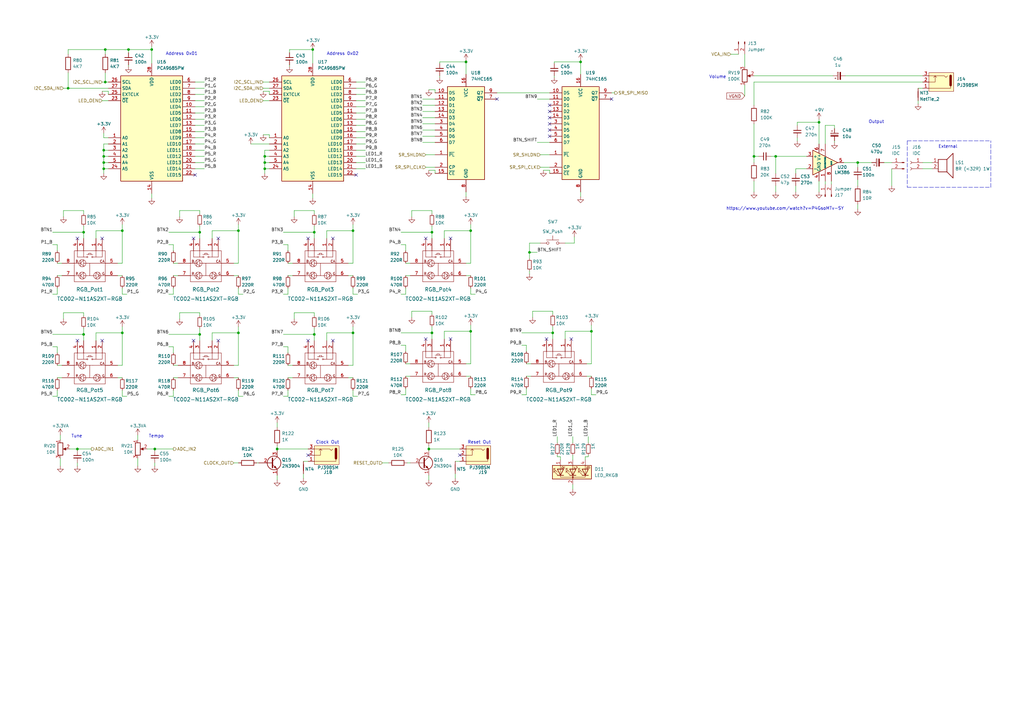
<source format=kicad_sch>
(kicad_sch (version 20211123) (generator eeschema)
  (paper "A3")
  (title_block (title "LivSynth - IO") (date "2022-07-18") (rev "${Version}") (company "SloBlo Labs"))
  (junction (at 144.78 94.615))
  (junction (at 108.585 66.675))
  (junction (at 42.545 64.135))
  (junction (at 62.23 20.32))
  (junction (at 52.705 20.32))
  (junction (at 34.29 95.25))
  (junction (at 42.545 66.675))
  (junction (at 97.79 94.615))
  (junction (at 175.895 184.15))
  (junction (at 42.545 69.215))
  (junction (at 128.27 20.32))
  (junction (at 128.905 137.16))
  (junction (at 242.57 135.89))
  (junction (at 351.79 66.675))
  (junction (at 97.79 136.525))
  (junction (at 238.125 25.4))
  (junction (at 335.915 50.165))
  (junction (at 81.915 137.16))
  (junction (at 27.94 36.195))
  (junction (at 177.165 136.525))
  (junction (at 226.695 136.525))
  (junction (at 31.75 184.15))
  (junction (at 108.585 64.135))
  (junction (at 193.04 94.615))
  (junction (at 81.915 95.25))
  (junction (at 318.135 64.135))
  (junction (at 43.18 33.655))
  (junction (at 113.665 184.15))
  (junction (at 191.135 25.4))
  (junction (at 144.78 136.525))
  (junction (at 50.165 136.525))
  (junction (at 177.165 95.25))
  (junction (at 42.545 61.595))
  (junction (at 50.165 94.615))
  (junction (at 128.905 95.25))
  (junction (at 43.18 20.32))
  (junction (at 193.04 135.89))
  (junction (at 63.5 184.15))
  (junction (at 217.17 103.505))
  (junction (at 309.245 64.135))
  (junction (at 34.29 137.16))
  (junction (at 108.585 69.215))
  (no_connect (at 234.315 139.065))
  (no_connect (at 224.155 139.065))
  (no_connect (at 79.375 97.79))
  (no_connect (at 203.835 40.64))
  (no_connect (at 80.01 71.755))
  (no_connect (at 225.425 43.18))
  (no_connect (at 31.75 97.79))
  (no_connect (at 41.91 97.79))
  (no_connect (at 126.365 139.7))
  (no_connect (at 188.595 186.69))
  (no_connect (at 225.425 55.88))
  (no_connect (at 89.535 97.79))
  (no_connect (at 225.425 48.26))
  (no_connect (at 184.785 97.79))
  (no_connect (at 250.825 40.64))
  (no_connect (at 31.75 139.7))
  (no_connect (at 136.525 139.7))
  (no_connect (at 225.425 50.8))
  (no_connect (at 225.425 53.34))
  (no_connect (at 184.785 139.065))
  (no_connect (at 41.91 139.7))
  (no_connect (at 225.425 45.72))
  (no_connect (at 146.05 71.755))
  (no_connect (at 126.365 186.69))
  (no_connect (at 126.365 97.79))
  (no_connect (at 136.525 97.79))
  (no_connect (at 79.375 139.7))
  (no_connect (at 89.535 139.7))
  (no_connect (at 174.625 97.79))
  (no_connect (at 174.625 139.065))
  (wire (pts (xy 173.355 55.88) (xy 178.435 55.88)))
  (wire (pts (xy 144.78 136.525) (xy 144.78 133.985)))
  (wire (pts (xy 309.245 64.135) (xy 311.15 64.135)))
  (wire (pts (xy 39.37 94.615) (xy 50.165 94.615)))
  (wire (pts (xy 34.29 128.27) (xy 34.29 129.54)))
  (wire (pts (xy 335.915 48.895) (xy 335.915 50.165)))
  (wire (pts (xy 221.615 63.5) (xy 225.425 63.5)))
  (wire (pts (xy 43.18 29.845) (xy 43.18 33.655)))
  (wire (pts (xy 240.665 149.225) (xy 242.57 149.225)))
  (wire (pts (xy 99.695 120.65) (xy 97.79 120.65)))
  (wire (pts (xy 175.895 194.945) (xy 175.895 196.85)))
  (wire (pts (xy 34.29 86.36) (xy 34.29 87.63)))
  (wire (pts (xy 203.835 38.1) (xy 225.425 38.1)))
  (wire (pts (xy 69.215 120.65) (xy 71.12 120.65)))
  (wire (pts (xy 69.215 100.33) (xy 71.12 100.33)))
  (wire (pts (xy 142.875 107.95) (xy 144.78 107.95)))
  (wire (pts (xy 80.01 51.435) (xy 83.82 51.435)))
  (wire (pts (xy 182.245 135.89) (xy 182.245 139.065)))
  (wire (pts (xy 242.57 161.925) (xy 242.57 159.385)))
  (wire (pts (xy 128.905 95.25) (xy 128.905 97.79)))
  (wire (pts (xy 42.545 69.215) (xy 44.45 69.215)))
  (wire (pts (xy 146.05 48.895) (xy 149.86 48.895)))
  (wire (pts (xy 220.345 58.42) (xy 225.425 58.42)))
  (wire (pts (xy 191.135 78.74) (xy 191.135 80.645)))
  (wire (pts (xy 305.435 22.225) (xy 305.435 27.305)))
  (wire (pts (xy 166.37 161.925) (xy 166.37 159.385)))
  (wire (pts (xy 193.04 94.615) (xy 193.04 107.95)))
  (wire (pts (xy 95.885 107.95) (xy 97.79 107.95)))
  (wire (pts (xy 21.59 95.25) (xy 34.29 95.25)))
  (wire (pts (xy 56.515 178.435) (xy 56.515 180.34)))
  (wire (pts (xy 318.135 64.135) (xy 318.135 71.12)))
  (wire (pts (xy 146.05 51.435) (xy 149.86 51.435)))
  (wire (pts (xy 191.135 154.305) (xy 193.04 154.305)))
  (wire (pts (xy 42.545 66.675) (xy 42.545 64.135)))
  (wire (pts (xy 241.3 187.325) (xy 241.3 186.69)))
  (wire (pts (xy 113.665 182.88) (xy 113.665 184.15)))
  (wire (pts (xy 250.825 38.1) (xy 252.095 38.1)))
  (wire (pts (xy 299.72 22.225) (xy 302.895 22.225)))
  (wire (pts (xy 81.915 95.25) (xy 81.915 97.79)))
  (wire (pts (xy 166.37 120.65) (xy 166.37 118.11)))
  (wire (pts (xy 217.17 103.505) (xy 220.345 103.505)))
  (wire (pts (xy 215.9 141.605) (xy 215.9 144.145)))
  (wire (pts (xy 327.025 51.435) (xy 327.025 50.165)))
  (wire (pts (xy 241.3 179.07) (xy 241.3 181.61)))
  (wire (pts (xy 142.875 113.03) (xy 144.78 113.03)))
  (wire (pts (xy 133.985 94.615) (xy 144.78 94.615)))
  (wire (pts (xy 175.895 184.15) (xy 175.895 184.785)))
  (wire (pts (xy 326.39 76.2) (xy 326.39 78.74)))
  (wire (pts (xy 378.46 69.215) (xy 382.27 69.215)))
  (wire (pts (xy 342.265 51.435) (xy 342.265 52.705)))
  (wire (pts (xy 52.705 26.67) (xy 52.705 27.305)))
  (wire (pts (xy 318.135 76.2) (xy 318.135 78.74)))
  (wire (pts (xy 164.465 120.65) (xy 166.37 120.65)))
  (wire (pts (xy 238.125 78.74) (xy 238.125 80.645)))
  (wire (pts (xy 217.17 111.125) (xy 217.17 112.395)))
  (wire (pts (xy 23.495 162.56) (xy 23.495 160.02)))
  (wire (pts (xy 194.945 161.925) (xy 193.04 161.925)))
  (wire (pts (xy 128.905 128.27) (xy 128.905 129.54)))
  (wire (pts (xy 31.75 184.15) (xy 31.75 184.785)))
  (wire (pts (xy 234.95 186.69) (xy 234.95 188.595)))
  (wire (pts (xy 193.04 120.65) (xy 193.04 118.11)))
  (wire (pts (xy 24.765 178.435) (xy 24.765 180.34)))
  (wire (pts (xy 26.035 36.195) (xy 27.94 36.195)))
  (wire (pts (xy 50.165 136.525) (xy 50.165 133.985)))
  (wire (pts (xy 69.215 95.25) (xy 81.915 95.25)))
  (wire (pts (xy 177.165 86.36) (xy 177.165 87.63)))
  (wire (pts (xy 95.885 154.94) (xy 97.79 154.94)))
  (wire (pts (xy 166.37 154.305) (xy 168.275 154.305)))
  (wire (pts (xy 113.665 184.15) (xy 113.665 184.785)))
  (wire (pts (xy 97.79 136.525) (xy 97.79 149.86)))
  (wire (pts (xy 102.87 59.055) (xy 110.49 59.055)))
  (wire (pts (xy 305.435 34.925) (xy 305.435 39.37)))
  (wire (pts (xy 80.01 66.675) (xy 83.82 66.675)))
  (wire (pts (xy 156.845 189.865) (xy 159.385 189.865)))
  (wire (pts (xy 116.205 95.25) (xy 128.905 95.25)))
  (wire (pts (xy 191.135 107.95) (xy 193.04 107.95)))
  (polyline (pts (xy 372.11 57.785) (xy 406.4 57.785)))
  (wire (pts (xy 226.695 136.525) (xy 226.695 139.065)))
  (wire (pts (xy 26.035 88.9) (xy 26.035 86.36)))
  (wire (pts (xy 335.915 50.165) (xy 335.915 59.055)))
  (wire (pts (xy 80.01 69.215) (xy 83.82 69.215)))
  (wire (pts (xy 73.66 128.27) (xy 81.915 128.27)))
  (wire (pts (xy 142.875 154.94) (xy 144.78 154.94)))
  (wire (pts (xy 164.465 95.25) (xy 177.165 95.25)))
  (wire (pts (xy 80.01 43.815) (xy 83.82 43.815)))
  (wire (pts (xy 240.665 154.305) (xy 242.57 154.305)))
  (wire (pts (xy 80.01 59.055) (xy 83.82 59.055)))
  (wire (pts (xy 23.495 149.86) (xy 25.4 149.86)))
  (wire (pts (xy 39.37 136.525) (xy 39.37 139.7)))
  (wire (pts (xy 168.91 86.36) (xy 177.165 86.36)))
  (wire (pts (xy 128.27 79.375) (xy 128.27 81.28)))
  (wire (pts (xy 23.495 107.95) (xy 25.4 107.95)))
  (wire (pts (xy 177.165 127.635) (xy 177.165 128.905)))
  (wire (pts (xy 146.685 120.65) (xy 144.78 120.65)))
  (wire (pts (xy 128.905 134.62) (xy 128.905 137.16)))
  (wire (pts (xy 42.545 64.135) (xy 44.45 64.135)))
  (wire (pts (xy 213.995 161.925) (xy 215.9 161.925)))
  (wire (pts (xy 327.025 50.165) (xy 335.915 50.165)))
  (wire (pts (xy 144.78 120.65) (xy 144.78 118.11)))
  (wire (pts (xy 174.625 63.5) (xy 178.435 63.5)))
  (wire (pts (xy 118.11 107.95) (xy 120.015 107.95)))
  (wire (pts (xy 120.65 88.9) (xy 120.65 86.36)))
  (wire (pts (xy 62.23 19.05) (xy 62.23 20.32)))
  (wire (pts (xy 351.79 66.675) (xy 357.505 66.675)))
  (wire (pts (xy 128.27 20.32) (xy 128.27 26.035)))
  (wire (pts (xy 113.665 173.355) (xy 113.665 175.26)))
  (wire (pts (xy 86.995 94.615) (xy 86.995 97.79)))
  (wire (pts (xy 166.37 100.33) (xy 166.37 102.87)))
  (wire (pts (xy 27.94 29.845) (xy 27.94 36.195)))
  (wire (pts (xy 173.355 45.72) (xy 178.435 45.72)))
  (wire (pts (xy 193.04 135.89) (xy 193.04 133.35)))
  (wire (pts (xy 124.46 189.23) (xy 126.365 189.23)))
  (wire (pts (xy 120.65 130.81) (xy 120.65 128.27)))
  (wire (pts (xy 34.29 95.25) (xy 34.29 97.79)))
  (wire (pts (xy 180.34 25.4) (xy 191.135 25.4)))
  (wire (pts (xy 63.5 189.865) (xy 63.5 191.135)))
  (wire (pts (xy 240.03 187.325) (xy 241.3 187.325)))
  (wire (pts (xy 60.325 184.15) (xy 63.5 184.15)))
  (wire (pts (xy 27.94 20.32) (xy 43.18 20.32)))
  (wire (pts (xy 108.585 61.595) (xy 110.49 61.595)))
  (wire (pts (xy 175.895 36.83) (xy 178.435 36.83)))
  (wire (pts (xy 191.135 149.225) (xy 193.04 149.225)))
  (wire (pts (xy 146.05 61.595) (xy 149.86 61.595)))
  (wire (pts (xy 107.95 41.275) (xy 110.49 41.275)))
  (wire (pts (xy 231.775 135.89) (xy 231.775 139.065)))
  (wire (pts (xy 97.79 94.615) (xy 97.79 107.95)))
  (wire (pts (xy 177.165 136.525) (xy 177.165 139.065)))
  (wire (pts (xy 193.04 92.075) (xy 193.04 94.615)))
  (wire (pts (xy 23.495 113.03) (xy 25.4 113.03)))
  (wire (pts (xy 86.995 94.615) (xy 97.79 94.615)))
  (wire (pts (xy 222.885 69.85) (xy 225.425 69.85)))
  (wire (pts (xy 146.05 56.515) (xy 149.86 56.515)))
  (wire (pts (xy 215.9 149.225) (xy 217.805 149.225)))
  (wire (pts (xy 167.005 189.865) (xy 168.275 189.865)))
  (wire (pts (xy 50.165 162.56) (xy 50.165 160.02)))
  (wire (pts (xy 168.91 88.9) (xy 168.91 86.36)))
  (wire (pts (xy 52.705 20.32) (xy 52.705 21.59)))
  (wire (pts (xy 81.915 92.71) (xy 81.915 95.25)))
  (wire (pts (xy 34.29 134.62) (xy 34.29 137.16)))
  (wire (pts (xy 231.775 135.89) (xy 242.57 135.89)))
  (wire (pts (xy 144.78 162.56) (xy 144.78 160.02)))
  (wire (pts (xy 173.355 48.26) (xy 178.435 48.26)))
  (wire (pts (xy 73.66 86.36) (xy 81.915 86.36)))
  (wire (pts (xy 21.59 162.56) (xy 23.495 162.56)))
  (wire (pts (xy 229.87 187.325) (xy 228.6 187.325)))
  (wire (pts (xy 238.125 25.4) (xy 238.125 30.48)))
  (wire (pts (xy 142.875 149.86) (xy 144.78 149.86)))
  (wire (pts (xy 118.745 26.67) (xy 118.745 27.305)))
  (wire (pts (xy 86.995 136.525) (xy 97.79 136.525)))
  (wire (pts (xy 71.12 162.56) (xy 71.12 160.02)))
  (wire (pts (xy 234.95 198.755) (xy 234.95 200.66)))
  (wire (pts (xy 193.04 161.925) (xy 193.04 159.385)))
  (wire (pts (xy 213.995 141.605) (xy 215.9 141.605)))
  (wire (pts (xy 42.545 59.055) (xy 44.45 59.055)))
  (wire (pts (xy 44.45 37.465) (xy 44.45 38.735)))
  (wire (pts (xy 56.515 187.96) (xy 56.515 191.135)))
  (wire (pts (xy 107.95 36.195) (xy 110.49 36.195)))
  (wire (pts (xy 21.59 100.33) (xy 23.495 100.33)))
  (wire (pts (xy 116.205 162.56) (xy 118.11 162.56)))
  (wire (pts (xy 50.165 136.525) (xy 50.165 149.86)))
  (wire (pts (xy 338.455 51.435) (xy 342.265 51.435)))
  (wire (pts (xy 173.355 40.64) (xy 178.435 40.64)))
  (wire (pts (xy 166.37 141.605) (xy 166.37 144.145)))
  (wire (pts (xy 309.245 33.655) (xy 378.46 33.655)))
  (wire (pts (xy 113.665 184.15) (xy 126.365 184.15)))
  (wire (pts (xy 62.23 20.32) (xy 62.23 26.035)))
  (wire (pts (xy 228.6 179.07) (xy 228.6 181.61)))
  (wire (pts (xy 178.435 69.85) (xy 178.435 71.12)))
  (wire (pts (xy 231.775 99.695) (xy 235.585 99.695)))
  (wire (pts (xy 110.49 55.245) (xy 110.49 56.515)))
  (wire (pts (xy 69.215 137.16) (xy 81.915 137.16)))
  (wire (pts (xy 318.135 64.135) (xy 330.835 64.135)))
  (wire (pts (xy 164.465 141.605) (xy 166.37 141.605)))
  (wire (pts (xy 118.745 20.32) (xy 128.27 20.32)))
  (wire (pts (xy 69.215 142.24) (xy 71.12 142.24)))
  (wire (pts (xy 335.915 74.295) (xy 335.915 78.74)))
  (wire (pts (xy 50.165 107.95) (xy 50.165 94.615)))
  (wire (pts (xy 23.495 154.94) (xy 25.4 154.94)))
  (wire (pts (xy 146.05 59.055) (xy 149.86 59.055)))
  (wire (pts (xy 326.39 69.215) (xy 330.835 69.215)))
  (wire (pts (xy 97.79 136.525) (xy 97.79 133.985)))
  (wire (pts (xy 43.18 20.32) (xy 43.18 22.225)))
  (wire (pts (xy 217.17 99.695) (xy 217.17 103.505)))
  (wire (pts (xy 80.01 64.135) (xy 83.82 64.135)))
  (wire (pts (xy 118.11 100.33) (xy 118.11 102.87)))
  (wire (pts (xy 80.01 41.275) (xy 83.82 41.275)))
  (wire (pts (xy 108.585 64.135) (xy 110.49 64.135)))
  (wire (pts (xy 340.995 74.295) (xy 340.995 75.565)))
  (wire (pts (xy 146.05 43.815) (xy 149.86 43.815)))
  (wire (pts (xy 186.69 194.31) (xy 186.69 196.215)))
  (wire (pts (xy 164.465 161.925) (xy 166.37 161.925)))
  (wire (pts (xy 80.01 38.735) (xy 83.82 38.735)))
  (wire (pts (xy 229.87 188.595) (xy 229.87 187.325)))
  (wire (pts (xy 23.495 120.65) (xy 23.495 118.11)))
  (wire (pts (xy 80.01 61.595) (xy 83.82 61.595)))
  (wire (pts (xy 133.985 94.615) (xy 133.985 97.79)))
  (wire (pts (xy 42.545 66.675) (xy 44.45 66.675)))
  (wire (pts (xy 173.355 50.8) (xy 178.435 50.8)))
  (wire (pts (xy 105.41 189.865) (xy 106.045 189.865)))
  (wire (pts (xy 69.215 162.56) (xy 71.12 162.56)))
  (wire (pts (xy 166.37 113.03) (xy 168.275 113.03)))
  (wire (pts (xy 42.545 64.135) (xy 42.545 61.595)))
  (wire (pts (xy 63.5 184.15) (xy 63.5 184.785)))
  (wire (pts (xy 146.05 69.215) (xy 149.86 69.215)))
  (wire (pts (xy 116.205 142.24) (xy 118.11 142.24)))
  (wire (pts (xy 108.585 64.135) (xy 108.585 61.595)))
  (wire (pts (xy 41.91 33.655) (xy 43.18 33.655)))
  (wire (pts (xy 116.205 100.33) (xy 118.11 100.33)))
  (wire (pts (xy 42.545 61.595) (xy 44.45 61.595)))
  (wire (pts (xy 118.745 20.32) (xy 118.745 21.59)))
  (wire (pts (xy 133.985 136.525) (xy 133.985 139.7)))
  (wire (pts (xy 234.95 179.07) (xy 234.95 181.61)))
  (wire (pts (xy 164.465 100.33) (xy 166.37 100.33)))
  (wire (pts (xy 62.23 79.375) (xy 62.23 81.28)))
  (wire (pts (xy 217.17 106.045) (xy 217.17 103.505)))
  (wire (pts (xy 120.65 86.36) (xy 128.905 86.36)))
  (wire (pts (xy 43.18 33.655) (xy 44.45 33.655)))
  (wire (pts (xy 182.245 135.89) (xy 193.04 135.89)))
  (wire (pts (xy 175.895 173.355) (xy 175.895 175.26)))
  (polyline (pts (xy 372.11 76.835) (xy 406.4 76.835)))
  (wire (pts (xy 128.905 86.36) (xy 128.905 87.63)))
  (wire (pts (xy 26.035 128.27) (xy 34.29 128.27)))
  (wire (pts (xy 180.34 31.115) (xy 180.34 31.75)))
  (wire (pts (xy 23.495 142.24) (xy 23.495 144.78)))
  (wire (pts (xy 226.695 127.635) (xy 226.695 128.905)))
  (wire (pts (xy 50.165 94.615) (xy 50.165 92.075)))
  (wire (pts (xy 118.11 142.24) (xy 118.11 144.78)))
  (wire (pts (xy 52.07 162.56) (xy 50.165 162.56)))
  (wire (pts (xy 128.905 92.71) (xy 128.905 95.25)))
  (wire (pts (xy 28.575 184.15) (xy 31.75 184.15)))
  (wire (pts (xy 116.205 137.16) (xy 128.905 137.16)))
  (wire (pts (xy 108.585 66.675) (xy 108.585 64.135)))
  (wire (pts (xy 191.135 25.4) (xy 191.135 30.48)))
  (wire (pts (xy 309.245 50.8) (xy 309.245 64.135)))
  (wire (pts (xy 97.79 120.65) (xy 97.79 118.11)))
  (wire (pts (xy 175.895 182.88) (xy 175.895 184.15)))
  (wire (pts (xy 97.79 162.56) (xy 97.79 160.02)))
  (wire (pts (xy 178.435 36.83) (xy 178.435 38.1)))
  (wire (pts (xy 175.895 69.85) (xy 178.435 69.85)))
  (wire (pts (xy 173.355 43.18) (xy 178.435 43.18)))
  (wire (pts (xy 217.17 99.695) (xy 221.615 99.695)))
  (wire (pts (xy 365.76 76.2) (xy 365.76 69.215)))
  (wire (pts (xy 326.39 71.12) (xy 326.39 69.215)))
  (wire (pts (xy 144.78 136.525) (xy 144.78 149.86)))
  (wire (pts (xy 218.44 130.175) (xy 218.44 127.635)))
  (wire (pts (xy 26.035 86.36) (xy 34.29 86.36)))
  (wire (pts (xy 95.885 113.03) (xy 97.79 113.03)))
  (wire (pts (xy 80.01 48.895) (xy 83.82 48.895)))
  (wire (pts (xy 71.12 100.33) (xy 71.12 102.87)))
  (wire (pts (xy 108.585 66.675) (xy 110.49 66.675)))
  (wire (pts (xy 174.625 68.58) (xy 178.435 68.58)))
  (wire (pts (xy 71.12 113.03) (xy 73.025 113.03)))
  (wire (pts (xy 71.12 149.86) (xy 73.025 149.86)))
  (wire (pts (xy 108.585 71.12) (xy 108.585 69.215)))
  (wire (pts (xy 227.33 26.035) (xy 227.33 25.4)))
  (wire (pts (xy 309.245 33.655) (xy 309.245 43.18)))
  (wire (pts (xy 80.01 46.355) (xy 83.82 46.355)))
  (wire (pts (xy 191.135 24.765) (xy 191.135 25.4)))
  (wire (pts (xy 80.01 36.195) (xy 83.82 36.195)))
  (wire (pts (xy 27.94 22.225) (xy 27.94 20.32)))
  (wire (pts (xy 164.465 136.525) (xy 177.165 136.525)))
  (wire (pts (xy 80.01 56.515) (xy 83.82 56.515)))
  (wire (pts (xy 327.025 56.515) (xy 327.025 57.785)))
  (wire (pts (xy 182.245 94.615) (xy 193.04 94.615)))
  (wire (pts (xy 220.345 40.64) (xy 225.425 40.64)))
  (wire (pts (xy 21.59 137.16) (xy 34.29 137.16)))
  (wire (pts (xy 215.9 154.305) (xy 217.805 154.305)))
  (wire (pts (xy 235.585 97.155) (xy 235.585 99.695)))
  (wire (pts (xy 215.9 161.925) (xy 215.9 159.385)))
  (wire (pts (xy 43.18 20.32) (xy 52.705 20.32)))
  (wire (pts (xy 309.245 64.135) (xy 309.245 66.675)))
  (wire (pts (xy 146.05 33.655) (xy 149.86 33.655)))
  (wire (pts (xy 146.05 36.195) (xy 149.86 36.195)))
  (wire (pts (xy 338.455 74.295) (xy 338.455 75.565)))
  (wire (pts (xy 309.245 74.295) (xy 309.245 78.74)))
  (wire (pts (xy 168.91 130.175) (xy 168.91 127.635)))
  (wire (pts (xy 228.6 187.325) (xy 228.6 186.69)))
  (wire (pts (xy 42.545 71.12) (xy 42.545 69.215)))
  (wire (pts (xy 144.78 94.615) (xy 144.78 92.075)))
  (wire (pts (xy 27.94 36.195) (xy 44.45 36.195)))
  (wire (pts (xy 97.79 94.615) (xy 97.79 92.075)))
  (wire (pts (xy 180.34 26.035) (xy 180.34 25.4)))
  (wire (pts (xy 146.05 41.275) (xy 149.86 41.275)))
  (wire (pts (xy 177.165 95.25) (xy 177.165 97.79)))
  (wire (pts (xy 118.11 120.65) (xy 118.11 118.11)))
  (wire (pts (xy 39.37 94.615) (xy 39.37 97.79)))
  (wire (pts (xy 23.495 100.33) (xy 23.495 102.87)))
  (wire (pts (xy 116.205 120.65) (xy 118.11 120.65)))
  (wire (pts (xy 242.57 135.89) (xy 242.57 149.225)))
  (wire (pts (xy 194.945 120.65) (xy 193.04 120.65)))
  (wire (pts (xy 351.79 83.82) (xy 351.79 85.725)))
  (wire (pts (xy 21.59 120.65) (xy 23.495 120.65)))
  (wire (pts (xy 63.5 184.15) (xy 71.12 184.15)))
  (wire (pts (xy 124.46 194.31) (xy 124.46 196.215)))
  (wire (pts (xy 173.355 53.34) (xy 178.435 53.34)))
  (wire (pts (xy 362.585 66.675) (xy 365.76 66.675)))
  (wire (pts (xy 342.265 57.785) (xy 342.265 58.42)))
  (wire (pts (xy 108.585 69.215) (xy 108.585 66.675)))
  (wire (pts (xy 107.95 37.465) (xy 110.49 37.465)))
  (wire (pts (xy 193.04 135.89) (xy 193.04 149.225)))
  (wire (pts (xy 80.01 33.655) (xy 83.82 33.655)))
  (wire (pts (xy 110.49 37.465) (xy 110.49 38.735)))
  (wire (pts (xy 26.035 130.81) (xy 26.035 128.27)))
  (wire (pts (xy 146.685 162.56) (xy 144.78 162.56)))
  (wire (pts (xy 351.79 73.66) (xy 351.79 76.2)))
  (wire (pts (xy 221.615 68.58) (xy 225.425 68.58)))
  (wire (pts (xy 351.79 66.675) (xy 351.79 68.58)))
  (wire (pts (xy 42.545 61.595) (xy 42.545 59.055)))
  (wire (pts (xy 346.71 31.115) (xy 378.46 31.115)))
  (wire (pts (xy 31.75 189.865) (xy 31.75 191.135)))
  (wire (pts (xy 73.66 88.9) (xy 73.66 86.36)))
  (wire (pts (xy 346.075 66.675) (xy 351.79 66.675)))
  (wire (pts (xy 71.12 142.24) (xy 71.12 144.78)))
  (wire (pts (xy 191.135 113.03) (xy 193.04 113.03)))
  (wire (pts (xy 118.11 154.94) (xy 120.015 154.94)))
  (wire (pts (xy 168.91 127.635) (xy 177.165 127.635)))
  (polyline (pts (xy 406.4 76.835) (xy 406.4 57.785)))
  (wire (pts (xy 133.985 136.525) (xy 144.78 136.525)))
  (wire (pts (xy 34.29 92.71) (xy 34.29 95.25)))
  (wire (pts (xy 316.23 64.135) (xy 318.135 64.135)))
  (wire (pts (xy 99.695 162.56) (xy 97.79 162.56)))
  (wire (pts (xy 41.91 41.275) (xy 44.45 41.275)))
  (wire (pts (xy 31.75 184.15) (xy 37.465 184.15)))
  (polyline (pts (xy 372.11 57.785) (xy 372.11 76.835)))
  (wire (pts (xy 146.05 46.355) (xy 149.86 46.355)))
  (wire (pts (xy 52.07 120.65) (xy 50.165 120.65)))
  (wire (pts (xy 107.95 55.245) (xy 110.49 55.245)))
  (wire (pts (xy 182.245 94.615) (xy 182.245 97.79)))
  (wire (pts (xy 177.165 92.71) (xy 177.165 95.25)))
  (wire (pts (xy 227.33 25.4) (xy 238.125 25.4)))
  (wire (pts (xy 50.165 120.65) (xy 50.165 118.11)))
  (wire (pts (xy 108.585 69.215) (xy 110.49 69.215)))
  (wire (pts (xy 146.05 53.975) (xy 149.86 53.975)))
  (wire (pts (xy 48.26 149.86) (xy 50.165 149.86)))
  (wire (pts (xy 376.555 36.195) (xy 378.46 36.195)))
  (wire (pts (xy 48.26 113.03) (xy 50.165 113.03)))
  (wire (pts (xy 113.665 194.945) (xy 113.665 196.85)))
  (wire (pts (xy 86.995 136.525) (xy 86.995 139.7)))
  (wire (pts (xy 95.885 189.865) (xy 97.79 189.865)))
  (wire (pts (xy 166.37 107.95) (xy 168.275 107.95)))
  (wire (pts (xy 71.12 154.94) (xy 73.025 154.94)))
  (wire (pts (xy 48.26 154.94) (xy 50.165 154.94)))
  (wire (pts (xy 225.425 69.85) (xy 225.425 71.12)))
  (wire (pts (xy 226.695 133.985) (xy 226.695 136.525)))
  (wire (pts (xy 146.05 66.675) (xy 149.86 66.675)))
  (wire (pts (xy 309.245 31.115) (xy 341.63 31.115)))
  (wire (pts (xy 34.29 137.16) (xy 34.29 139.7)))
  (wire (pts (xy 48.26 107.95) (xy 50.165 107.95)))
  (wire (pts (xy 175.895 184.15) (xy 188.595 184.15)))
  (wire (pts (xy 42.545 69.215) (xy 42.545 66.675)))
  (wire (pts (xy 81.915 137.16) (xy 81.915 139.7)))
  (wire (pts (xy 173.355 58.42) (xy 178.435 58.42)))
  (wire (pts (xy 186.69 189.23) (xy 188.595 189.23)))
  (wire (pts (xy 242.57 135.89) (xy 242.57 133.35)))
  (wire (pts (xy 41.91 37.465) (xy 44.45 37.465)))
  (wire (pts (xy 80.01 53.975) (xy 83.82 53.975)))
  (wire (pts (xy 95.885 149.86) (xy 97.79 149.86)))
  (wire (pts (xy 146.05 64.135) (xy 149.86 64.135)))
  (wire (pts (xy 213.995 136.525) (xy 226.695 136.525)))
  (wire (pts (xy 378.46 66.675) (xy 382.27 66.675)))
  (wire (pts (xy 244.475 161.925) (xy 242.57 161.925)))
  (wire (pts (xy 120.65 128.27) (xy 128.905 128.27)))
  (wire (pts (xy 240.03 188.595) (xy 240.03 187.325)))
  (wire (pts (xy 24.765 187.96) (xy 24.765 191.135)))
  (wire (pts (xy 118.11 162.56) (xy 118.11 160.02)))
  (wire (pts (xy 71.12 120.65) (xy 71.12 118.11)))
  (wire (pts (xy 81.915 134.62) (xy 81.915 137.16)))
  (wire (pts (xy 107.95 33.655) (xy 110.49 33.655)))
  (wire (pts (xy 81.915 86.36) (xy 81.915 87.63)))
  (wire (pts (xy 227.33 31.115) (xy 227.33 31.75)))
  (wire (pts (xy 118.11 149.86) (xy 120.015 149.86)))
  (wire (pts (xy 81.915 128.27) (xy 81.915 129.54)))
  (wire (pts (xy 73.66 130.81) (xy 73.66 128.27)))
  (wire (pts (xy 39.37 136.525) (xy 50.165 136.525)))
  (wire (pts (xy 71.12 107.95) (xy 73.025 107.95)))
  (wire (pts (xy 42.545 56.515) (xy 42.545 54.61)))
  (wire (pts (xy 376.555 41.275) (xy 376.555 42.545)))
  (wire (pts (xy 166.37 149.225) (xy 168.275 149.225)))
  (wire (pts (xy 338.455 59.055) (xy 338.455 51.435)))
  (wire (pts (xy 238.125 24.765) (xy 238.125 25.4)))
  (wire (pts (xy 52.705 20.32) (xy 62.23 20.32)))
  (wire (pts (xy 21.59 142.24) (xy 23.495 142.24)))
  (wire (pts (xy 218.44 127.635) (xy 226.695 127.635)))
  (wire (pts (xy 128.905 137.16) (xy 128.905 139.7)))
  (wire (pts (xy 44.45 56.515) (xy 42.545 56.515)))
  (wire (pts (xy 144.78 94.615) (xy 144.78 107.95)))
  (wire (pts (xy 177.165 133.985) (xy 177.165 136.525)))
  (wire (pts (xy 118.11 113.03) (xy 120.015 113.03)))
  (wire (pts (xy 146.05 38.735) (xy 149.86 38.735)))
  (text "Address 0x01" (at 67.945 22.86 0) (effects (font (size 1.27 1.27)) (justify left bottom)))
  (text "Clock Out" (at 129.54 182.245 0) (effects (font (size 1.27 1.27)) (justify left bottom)))
  (text "https://www.youtube.com/watch?v=P4GsoMTv-SY" (at 297.815 86.36 0) (effects (font (size 1.27 1.27)) (justify left bottom)))
  (text "Tempo" (at 60.96 179.705 0) (effects (font (size 1.27 1.27)) (justify left bottom)))
  (text "Tune" (at 29.21 179.705 0) (effects (font (size 1.27 1.27)) (justify left bottom)))
  (text "Output" (at 356.235 50.8 0) (effects (font (size 1.27 1.27)) (justify left bottom)))
  (text "Address 0x02" (at 133.985 22.86 0) (effects (font (size 1.27 1.27)) (justify left bottom)))
  (text "Volume" (at 290.83 32.385 0) (effects (font (size 1.27 1.27)) (justify left bottom)))
  (text "Reset Out" (at 191.77 182.245 0) (effects (font (size 1.27 1.27)) (justify left bottom)))
  (text "External" (at 384.81 60.96 0) (effects (font (size 1.27 1.27)) (justify left bottom)))
  (label "P2_R" (at 69.215 120.65 180))
  (label "P5_G" (at 83.82 66.675 0))
  (label "P3_G" (at 146.685 120.65 0))
  (label "P2_B" (at 69.215 100.33 180))
  (label "BTN4" (at 164.465 95.25 180))
  (label "LED1_B" (at 149.86 69.215 0))
  (label "P5_G" (at 52.07 162.56 0))
  (label "P2_B" (at 83.82 46.355 0))
  (label "P7_G" (at 146.685 162.56 0))
  (label "LED1_R" (at 228.6 179.07 90))
  (label "BTN1" (at 173.355 40.64 180))
  (label "P4_G" (at 194.945 120.65 0))
  (label "P6_B" (at 69.215 142.24 180))
  (label "P1_R" (at 21.59 120.65 180))
  (label "P6_G" (at 149.86 36.195 0))
  (label "P1_G" (at 52.07 120.65 0))
  (label "P4_B" (at 164.465 100.33 180))
  (label "BTN3" (at 116.205 95.25 180))
  (label "P6_R" (at 69.215 162.56 180))
  (label "P8_R" (at 164.465 161.925 180))
  (label "BTN4" (at 173.355 48.26 180))
  (label "P5_R" (at 83.82 64.135 0))
  (label "LED1_G" (at 149.86 66.675 0))
  (label "BTN5" (at 21.59 137.16 180))
  (label "P7_G" (at 149.86 43.815 0))
  (label "P8_R" (at 149.86 48.895 0))
  (label "P7_R" (at 149.86 41.275 0))
  (label "P3_G" (at 83.82 51.435 0))
  (label "BTN7" (at 116.205 137.16 180))
  (label "P7_B" (at 116.205 142.24 180))
  (label "BTN6" (at 69.215 137.16 180))
  (label "BTN2" (at 173.355 43.18 180))
  (label "P1_B" (at 83.82 38.735 0))
  (label "BTN_SHIFT" (at 220.345 103.505 0))
  (label "P5_R" (at 21.59 162.56 180))
  (label "P4_R" (at 83.82 56.515 0))
  (label "P5_B" (at 21.59 142.24 180))
  (label "P5_B" (at 83.82 69.215 0))
  (label "BTN8" (at 164.465 136.525 180))
  (label "P2_G" (at 99.695 120.65 0))
  (label "P9_B" (at 213.995 141.605 180))
  (label "P1_B" (at 21.59 100.33 180))
  (label "LED1_G" (at 234.95 179.07 90))
  (label "LED1_B" (at 241.3 179.07 90))
  (label "P6_R" (at 149.86 33.655 0))
  (label "BTN6" (at 173.355 53.34 180))
  (label "P2_R" (at 83.82 41.275 0))
  (label "P3_B" (at 83.82 53.975 0))
  (label "BTN1" (at 21.59 95.25 180))
  (label "BTN_SHIFT" (at 220.345 58.42 180))
  (label "P3_R" (at 116.205 120.65 180))
  (label "BTN3" (at 173.355 45.72 180))
  (label "P9_R" (at 149.86 56.515 0))
  (label "P3_R" (at 83.82 48.895 0))
  (label "P6_B" (at 149.86 38.735 0))
  (label "BTN5" (at 173.355 50.8 180))
  (label "BTN8" (at 173.355 58.42 180))
  (label "P2_G" (at 83.82 43.815 0))
  (label "P9_R" (at 213.995 161.925 180))
  (label "P9_G" (at 244.475 161.925 0))
  (label "P8_B" (at 149.86 53.975 0))
  (label "BTN9" (at 220.345 40.64 180))
  (label "P1_R" (at 83.82 33.655 0))
  (label "P9_B" (at 149.86 61.595 0))
  (label "P9_G" (at 149.86 59.055 0))
  (label "BTN2" (at 69.215 95.25 180))
  (label "P7_R" (at 116.205 162.56 180))
  (label "P8_G" (at 149.86 51.435 0))
  (label "BTN7" (at 173.355 55.88 180))
  (label "P8_G" (at 194.945 161.925 0))
  (label "BTN9" (at 213.995 136.525 180))
  (label "P4_R" (at 164.465 120.65 180))
  (label "P7_B" (at 149.86 46.355 0))
  (label "P1_G" (at 83.82 36.195 0))
  (label "LED1_R" (at 149.86 64.135 0))
  (label "P8_B" (at 164.465 141.605 180))
  (label "P6_G" (at 99.695 162.56 0))
  (label "P4_G" (at 83.82 59.055 0))
  (label "P3_B" (at 116.205 100.33 180))
  (label "P4_B" (at 83.82 61.595 0))
  (global_label "VGND" (shape input) (at 305.435 39.37 180) (property "Intersheet References" "${INTERSHEET_REFS}" (effects hide)))
  (hierarchical_label "ADC_IN2" (shape output) (at 71.12 184.15 0))
  (hierarchical_label "RESET_OUT" (shape input) (at 156.845 189.865 180))
  (hierarchical_label "LED_OEN" (shape input) (at 107.95 41.275 180))
  (hierarchical_label "SR_SPI_MISO" (shape output) (at 252.095 38.1 0))
  (hierarchical_label "I2C_SCL_IN" (shape input) (at 41.91 33.655 180))
  (hierarchical_label "CLOCK_OUT" (shape input) (at 95.885 189.865 180))
  (hierarchical_label "I2C_SDA_IN" (shape input) (at 107.95 36.195 180))
  (hierarchical_label "VCA_IN" (shape input) (at 299.72 22.225 180))
  (hierarchical_label "I2C_SDA_IN" (shape input) (at 26.035 36.195 180))
  (hierarchical_label "SR_SHLDN" (shape input) (at 174.625 63.5 180))
  (hierarchical_label "ADC_IN1" (shape output) (at 37.465 184.15 0))
  (hierarchical_label "SR_SHLDN" (shape input) (at 221.615 63.5 180))
  (hierarchical_label "LED_OEN" (shape input) (at 41.91 41.275 180))
  (hierarchical_label "SR_SPI_CLK" (shape input) (at 174.625 68.58 180))
  (hierarchical_label "SR_SPI_CLK" (shape input) (at 221.615 68.58 180))
  (hierarchical_label "I2C_SCL_IN" (shape input) (at 107.95 33.655 180))
  (symbol (lib_id "power:GND") (at 56.515 191.135 0) (unit 1)
    (property "Reference" "#PWR0120" (effects hide))
    (property "Value" "GND" (effects hide))
  )
  (symbol (lib_id "power:GND") (at 175.895 36.83 0) (unit 1)
    (property "Reference" "#PWR070" (effects hide))
    (property "Value" "GND" (effects hide))
  )
  (symbol (lib_id "power:GND") (at 175.895 69.85 0) (unit 1)
    (property "Reference" "#PWR080" (effects hide))
    (property "Value" "GND" (effects hide))
  )
  (symbol (lib_id "Device:R") (at 101.6 189.865 90) (unit 1)
    (property "Reference" "R124" (at 101.6 184.15 90))
    (property "Value" "10K" (at 101.6 186.69 90))
    (property "Footprint" "Resistor_THT:R_Axial_DIN0207_L6.3mm_D2.5mm_P7.62mm_Horizontal" (effects hide))
  )
  (symbol (lib_id "Driver_LED:PCA9685PW") (at 62.23 51.435 0) (unit 1)
    (property "Reference" "U16" (at 64.2494 25.4 0) (effects (justify left)))
    (property "Value" "PCA9685PW" (at 64.2494 27.94 0) (effects (justify left)))
    (property "Footprint" "Package_SO:TSSOP-28_4.4x9.7mm_P0.65mm" (effects hide))
    (property "Datasheet" "http://www.nxp.com/documents/data_sheet/PCA9685.pdf" (effects hide))
  )
  (symbol (lib_id "Device:R_Small") (at 193.04 156.845 0) (unit 1)
    (property "Reference" "R113" (at 194.31 155.575 0) (effects (justify left)))
    (property "Value" "220R" (at 194.31 158.115 0) (effects (justify left)))
    (property "Footprint" "Resistor_THT:R_Axial_DIN0207_L6.3mm_D2.5mm_P7.62mm_Horizontal" (effects hide))
  )
  (symbol (lib_id "power:GND") (at 52.705 27.305 0) (unit 1)
    (property "Reference" "#PWR066" (effects hide))
    (property "Value" "GND" (effects hide))
  )
  (symbol (lib_id "Device:R") (at 163.195 189.865 90) (unit 1)
    (property "Reference" "R125" (at 163.195 184.15 90))
    (property "Value" "10K" (at 163.195 186.69 90))
    (property "Footprint" "Resistor_THT:R_Axial_DIN0207_L6.3mm_D2.5mm_P7.62mm_Horizontal" (effects hide))
  )
  (symbol (lib_id "Device:R_Small") (at 215.9 146.685 0) (unit 1)
    (property "Reference" "R108" (at 209.55 145.415 0) (effects (justify left)))
    (property "Value" "220R" (at 209.55 147.955 0) (effects (justify left)))
    (property "Footprint" "Resistor_THT:R_Axial_DIN0207_L6.3mm_D2.5mm_P7.62mm_Horizontal" (effects hide))
  )
  (symbol (lib_id "Device:R_Small") (at 241.3 184.15 180) (unit 1)
    (property "Reference" "R129" (at 239.395 181.61 90) (effects (justify left)))
    (property "Value" "1K" (at 243.205 181.61 90) (effects (justify left)))
    (property "Footprint" "Resistor_THT:R_Axial_DIN0207_L6.3mm_D2.5mm_P7.62mm_Horizontal" (effects hide))
  )
  (symbol (lib_id "Device:R") (at 351.79 80.01 0) (unit 1)
    (property "Reference" "R84" (at 353.695 78.7399 0) (effects (justify left)))
    (property "Value" "10R" (at 353.695 81.2799 0) (effects (justify left)))
    (property "Footprint" "Resistor_THT:R_Axial_DIN0207_L6.3mm_D2.5mm_P7.62mm_Horizontal" (effects hide))
  )
  (symbol (lib_id "SloBlo:TC002-N11AS2XT-RGB") (at 131.445 109.22 0) (unit 1)
    (property "Reference" "RGB_Pot3" (at 131.445 118.745 0) (effects (font (size 1.524 1.524))))
    (property "Value" "TC002-N11AS2XT-RGB" (at 131.445 122.555 0) (effects (font (size 1.524 1.524))))
    (property "Footprint" "SloBlo:TC002-N11AS2XT-RGB" (effects hide))
  )
  (symbol (lib_id "Device:R_Small") (at 226.695 131.445 0) (unit 1)
    (property "Reference" "R103" (at 227.965 130.175 0) (effects (justify left)))
    (property "Value" "10K" (at 227.965 132.715 0) (effects (justify left)))
    (property "Footprint" "Resistor_THT:R_Axial_DIN0207_L6.3mm_D2.5mm_P7.62mm_Horizontal" (effects hide))
  )
  (symbol (lib_id "power:GND") (at 128.27 81.28 0) (unit 1)
    (property "Reference" "#PWR092" (effects hide))
    (property "Value" "GND" (effects hide))
  )
  (symbol (lib_id "Device:C_Polarized_Small") (at 344.17 31.115 90) (unit 1)
    (property "Reference" "C46" (at 343.6239 24.13 90))
    (property "Value" "1u" (at 343.6239 26.67 90))
    (property "Footprint" "Capacitor_THT:C_Rect_L7.2mm_W5.5mm_P5.00mm_FKS2_FKP2_MKS2_MKP2" (effects hide))
  )
  (symbol (lib_id "power:GND") (at 326.39 78.74 0) (unit 1)
    (property "Reference" "#PWR087" (effects hide))
    (property "Value" "GND" (effects hide))
  )
  (symbol (lib_id "Device:C_Small") (at 227.33 28.575 0) (unit 1)
    (property "Reference" "C45" (at 229.87 27.305 0) (effects (justify left)))
    (property "Value" "100n" (at 229.87 29.845 0) (effects (justify left)))
    (property "Footprint" "Capacitor_THT:C_Rect_L7.2mm_W2.5mm_P5.00mm_FKS2_FKP2_MKS2_MKP2" (effects hide))
  )
  (symbol (lib_id "Device:C_Small") (at 118.745 24.13 0) (unit 1)
    (property "Reference" "C43" (at 121.285 22.86 0) (effects (justify left)))
    (property "Value" "100n" (at 121.285 25.4 0) (effects (justify left)))
    (property "Footprint" "Capacitor_THT:C_Rect_L7.2mm_W2.5mm_P5.00mm_FKS2_FKP2_MKS2_MKP2" (effects hide))
  )
  (symbol (lib_id "power:+3.3V") (at 144.78 92.075 0) (unit 1)
    (property "Reference" "#PWR0100" (effects hide))
    (property "Value" "+3.3V" (at 144.78 88.265 0))
  )
  (symbol (lib_id "Device:R_Small") (at 118.11 105.41 0) (unit 1)
    (property "Reference" "R91" (at 111.76 104.14 0) (effects (justify left)))
    (property "Value" "220R" (at 111.76 106.68 0) (effects (justify left)))
    (property "Footprint" "Resistor_THT:R_Axial_DIN0207_L6.3mm_D2.5mm_P7.62mm_Horizontal" (effects hide))
  )
  (symbol (lib_id "Device:C_Small") (at 326.39 73.66 180) (unit 1)
    (property "Reference" "C53" (at 328.295 72.39 0) (effects (justify right)))
    (property "Value" "270n" (at 328.295 74.93 0) (effects (justify right)))
    (property "Footprint" "Capacitor_THT:C_Rect_L7.2mm_W4.5mm_P5.00mm_FKS2_FKP2_MKS2_MKP2" (effects hide))
  )
  (symbol (lib_id "Device:R") (at 175.895 179.07 0) (unit 1)
    (property "Reference" "R123" (at 177.8 177.7999 0) (effects (justify left)))
    (property "Value" "1K" (at 177.8 180.3399 0) (effects (justify left)))
    (property "Footprint" "Resistor_THT:R_Axial_DIN0207_L6.3mm_D2.5mm_P7.62mm_Horizontal" (effects hide))
  )
  (symbol (lib_id "power:GND") (at 41.91 37.465 0) (unit 1)
    (property "Reference" "#PWR071" (effects hide))
    (property "Value" "GND" (effects hide))
  )
  (symbol (lib_id "power:GND") (at 191.135 80.645 0) (unit 1)
    (property "Reference" "#PWR089" (effects hide))
    (property "Value" "GND" (effects hide))
  )
  (symbol (lib_id "SloBlo:TC002-N11AS2XT-RGB") (at 131.445 151.13 0) (unit 1)
    (property "Reference" "RGB_Pot7" (at 131.445 160.02 0) (effects (font (size 1.524 1.524))))
    (property "Value" "TC002-N11AS2XT-RGB" (at 131.445 163.83 0) (effects (font (size 1.524 1.524))))
    (property "Footprint" "SloBlo:TC002-N11AS2XT-RGB" (effects hide))
  )
  (symbol (lib_id "Device:R_Small") (at 228.6 184.15 180) (unit 1)
    (property "Reference" "R127" (at 226.695 181.61 90) (effects (justify left)))
    (property "Value" "220R" (at 230.505 181.61 90) (effects (justify left)))
    (property "Footprint" "Resistor_THT:R_Axial_DIN0207_L6.3mm_D2.5mm_P7.62mm_Horizontal" (effects hide))
  )
  (symbol (lib_id "SloBlo:PJ398SM_(Thonkiconn)") (at 191.135 186.69 180) (unit 1)
    (property "Reference" "J19" (at 196.215 193.675 0) (effects (justify right)))
    (property "Value" "PJ398SM" (at 192.405 191.77 0) (effects (justify right)))
    (property "Footprint" "SloBlo:Thonkiconn_PJ398SM" (effects hide))
    (property "Datasheet" "http://www.qingpu-electronics.com/en/products/WQP-PJ398SM-362.html" (effects hide))
  )
  (symbol (lib_id "power:GND") (at 351.79 85.725 0) (unit 1)
    (property "Reference" "#PWR093" (effects hide))
    (property "Value" "GND" (effects hide))
  )
  (symbol (lib_id "power:GND") (at 335.915 78.74 0) (unit 1)
    (property "Reference" "#PWR088" (effects hide))
    (property "Value" "GND" (effects hide))
  )
  (symbol (lib_id "Transistor_BJT:2N3904") (at 173.355 189.865 0) (unit 1)
    (property "Reference" "Q16" (at 177.8 188.595 0) (effects (justify left)))
    (property "Value" "2N3904" (at 177.8 191.135 0) (effects (justify left)))
    (property "Footprint" "Package_TO_SOT_THT:TO-92_Inline" (effects hide))
    (property "Datasheet" "https://www.onsemi.com/pub/Collateral/2N3903-D.PDF" (effects hide))
  )
  (symbol (lib_id "power:GND") (at 118.745 27.305 0) (unit 1)
    (property "Reference" "#PWR067" (effects hide))
    (property "Value" "GND" (effects hide))
  )
  (symbol (lib_id "Device:R_Small") (at 50.165 115.57 0) (unit 1)
    (property "Reference" "R95" (at 51.435 114.3 0) (effects (justify left)))
    (property "Value" "220R" (at 51.435 116.84 0) (effects (justify left)))
    (property "Footprint" "Resistor_THT:R_Axial_DIN0207_L6.3mm_D2.5mm_P7.62mm_Horizontal" (effects hide))
  )
  (symbol (lib_id "Switch:SW_Push") (at 226.695 99.695 0) (unit 1)
    (property "Reference" "SW7" (at 226.695 90.9574 0))
    (property "Value" "SW_Push" (at 226.695 94.9452 0))
    (property "Footprint" "SloBlo:E-Switch_TL1105SP" (effects hide))
  )
  (symbol (lib_id "power:GND") (at 24.765 191.135 0) (unit 1)
    (property "Reference" "#PWR0118" (effects hide))
    (property "Value" "GND" (effects hide))
  )
  (symbol (lib_id "Connector:Conn_01x02_Male") (at 302.895 17.145 90) (mirror x) (unit 1)
    (property "Reference" "J13" (at 306.705 17.78 90) (effects (justify right)))
    (property "Value" "Jumper" (at 306.705 20.32 90) (effects (justify right)))
    (property "Footprint" "Connector_PinHeader_2.54mm:PinHeader_1x02_P2.54mm_Vertical" (effects hide))
  )
  (symbol (lib_id "SloBlo:TC002-N11AS2XT-RGB") (at 84.455 109.22 0) (unit 1)
    (property "Reference" "RGB_Pot2" (at 84.455 118.745 0) (effects (font (size 1.524 1.524))))
    (property "Value" "TC002-N11AS2XT-RGB" (at 84.455 122.555 0) (effects (font (size 1.524 1.524))))
    (property "Footprint" "SloBlo:TC002-N11AS2XT-RGB" (effects hide))
  )
  (symbol (lib_id "74xx:74HC165") (at 238.125 53.34 0) (unit 1)
    (property "Reference" "U19" (at 240.1444 29.845 0) (effects (justify left)))
    (property "Value" "74HC165" (at 240.1444 32.385 0) (effects (justify left)))
    (property "Footprint" "Package_SO:SOIC-16_3.9x9.9mm_P1.27mm" (effects hide))
    (property "Datasheet" "https://assets.nexperia.com/documents/data-sheet/74HC_HCT165.pdf" (effects hide))
  )
  (symbol (lib_id "power:+3.3V") (at 242.57 133.35 0) (unit 1)
    (property "Reference" "#PWR0110" (effects hide))
    (property "Value" "+3.3V" (at 242.57 129.54 0))
  )
  (symbol (lib_id "power:GND") (at 238.125 80.645 0) (unit 1)
    (property "Reference" "#PWR090" (effects hide))
    (property "Value" "GND" (effects hide))
  )
  (symbol (lib_id "power:+3.3V") (at 97.79 133.985 0) (unit 1)
    (property "Reference" "#PWR0112" (effects hide))
    (property "Value" "+3.3V" (at 97.79 130.175 0))
  )
  (symbol (lib_id "Device:R_Small") (at 118.11 157.48 0) (unit 1)
    (property "Reference" "R120" (at 111.76 156.21 0) (effects (justify left)))
    (property "Value" "470R" (at 111.76 158.75 0) (effects (justify left)))
    (property "Footprint" "Resistor_THT:R_Axial_DIN0207_L6.3mm_D2.5mm_P7.62mm_Horizontal" (effects hide))
  )
  (symbol (lib_id "Device:NetTie_2") (at 186.69 191.77 90) (unit 1)
    (property "Reference" "NT5" (at 187.325 192.405 90) (effects (justify right)))
    (property "Value" "NetTie_2" (effects hide))
    (property "Footprint" "NetTie:NetTie-2_SMD_Pad2.0mm" (effects hide))
  )
  (symbol (lib_id "Device:R_Potentiometer") (at 305.435 31.115 0) (mirror x) (unit 1)
    (property "Reference" "RV19" (at 303.53 29.8449 0) (effects (justify right)))
    (property "Value" "100K" (at 303.53 32.3849 0) (effects (justify right)))
    (property "Footprint" "SloBlo:Alpha_RD901F" (effects hide))
  )
  (symbol (lib_id "SloBlo:PJ398SM_(Thonkiconn)") (at 128.905 186.69 180) (unit 1)
    (property "Reference" "J18" (at 132.715 193.675 0) (effects (justify right)))
    (property "Value" "PJ398SM" (at 130.175 191.77 0) (effects (justify right)))
    (property "Footprint" "SloBlo:Thonkiconn_PJ398SM" (effects hide))
    (property "Datasheet" "http://www.qingpu-electronics.com/en/products/WQP-PJ398SM-362.html" (effects hide))
  )
  (symbol (lib_id "SloBlo:TC002-N11AS2XT-RGB") (at 36.83 151.13 0) (unit 1)
    (property "Reference" "RGB_Pot5" (at 36.83 160.02 0) (effects (font (size 1.524 1.524))))
    (property "Value" "TC002-N11AS2XT-RGB" (at 36.83 163.83 0) (effects (font (size 1.524 1.524))))
    (property "Footprint" "SloBlo:TC002-N11AS2XT-RGB" (effects hide))
  )
  (symbol (lib_id "Device:C_Small") (at 52.705 24.13 0) (unit 1)
    (property "Reference" "C42" (at 55.245 22.86 0) (effects (justify left)))
    (property "Value" "100n" (at 55.245 25.4 0) (effects (justify left)))
    (property "Footprint" "Capacitor_THT:C_Rect_L7.2mm_W2.5mm_P5.00mm_FKS2_FKP2_MKS2_MKP2" (effects hide))
  )
  (symbol (lib_id "power:GND") (at 309.245 78.74 0) (unit 1)
    (property "Reference" "#PWR085" (effects hide))
    (property "Value" "GND" (effects hide))
  )
  (symbol (lib_id "Device:R") (at 309.245 70.485 0) (unit 1)
    (property "Reference" "R83" (at 311.785 69.2149 0) (effects (justify left)))
    (property "Value" "20K" (at 311.785 71.7549 0) (effects (justify left)))
    (property "Footprint" "Resistor_THT:R_Axial_DIN0207_L6.3mm_D2.5mm_P7.62mm_Horizontal" (effects hide))
  )
  (symbol (lib_id "Device:C_Polarized_Small") (at 342.265 55.245 0) (unit 1)
    (property "Reference" "C48" (at 345.44 53.4288 0) (effects (justify left)))
    (property "Value" "10u" (at 345.44 55.9688 0) (effects (justify left)))
    (property "Footprint" "Capacitor_THT:CP_Radial_D8.0mm_P3.50mm" (effects hide))
  )
  (symbol (lib_id "Device:R") (at 27.94 26.035 0) (unit 1)
    (property "Reference" "R80" (at 29.845 24.7649 0) (effects (justify left)))
    (property "Value" "4K7" (at 29.845 27.3049 0) (effects (justify left)))
    (property "Footprint" "Resistor_THT:R_Axial_DIN0207_L6.3mm_D2.5mm_P7.62mm_Horizontal" (effects hide))
  )
  (symbol (lib_id "Device:R_Small") (at 166.37 146.685 0) (unit 1)
    (property "Reference" "R107" (at 160.02 145.415 0) (effects (justify left)))
    (property "Value" "220R" (at 160.02 147.955 0) (effects (justify left)))
    (property "Footprint" "Resistor_THT:R_Axial_DIN0207_L6.3mm_D2.5mm_P7.62mm_Horizontal" (effects hide))
  )
  (symbol (lib_id "power:+3.3V") (at 102.87 59.055 0) (unit 1)
    (property "Reference" "#PWR079" (effects hide))
    (property "Value" "+3.3V" (at 102.87 55.245 0))
  )
  (symbol (lib_id "power:+3.3V") (at 50.165 92.075 0) (unit 1)
    (property "Reference" "#PWR098" (effects hide))
    (property "Value" "+3.3V" (at 50.165 88.265 0))
  )
  (symbol (lib_id "Device:R_Small") (at 144.78 157.48 0) (unit 1)
    (property "Reference" "R121" (at 146.05 156.21 0) (effects (justify left)))
    (property "Value" "220R" (at 146.05 158.75 0) (effects (justify left)))
    (property "Footprint" "Resistor_THT:R_Axial_DIN0207_L6.3mm_D2.5mm_P7.62mm_Horizontal" (effects hide))
  )
  (symbol (lib_id "power:GND") (at 73.66 88.9 0) (unit 1)
    (property "Reference" "#PWR095" (effects hide))
    (property "Value" "GND" (effects hide))
  )
  (symbol (lib_id "power:+3.3V") (at 113.665 173.355 0) (unit 1)
    (property "Reference" "#PWR0114" (effects hide))
    (property "Value" "+3.3V" (at 113.665 169.545 0))
  )
  (symbol (lib_id "Connector:Conn_01x02_Male") (at 338.455 80.645 90) (unit 1)
    (property "Reference" "J17" (at 342.265 80.01 90) (effects (justify right)))
    (property "Value" "Jumper" (at 342.265 77.47 90) (effects (justify right)))
    (property "Footprint" "Connector_PinHeader_2.54mm:PinHeader_1x02_P2.54mm_Vertical" (effects hide))
  )
  (symbol (lib_id "Device:R_Small") (at 118.11 147.32 0) (unit 1)
    (property "Reference" "R111" (at 111.76 146.05 0) (effects (justify left)))
    (property "Value" "220R" (at 111.76 148.59 0) (effects (justify left)))
    (property "Footprint" "Resistor_THT:R_Axial_DIN0207_L6.3mm_D2.5mm_P7.62mm_Horizontal" (effects hide))
  )
  (symbol (lib_id "Device:R_Small") (at 97.79 157.48 0) (unit 1)
    (property "Reference" "R119" (at 99.06 156.21 0) (effects (justify left)))
    (property "Value" "220R" (at 99.06 158.75 0) (effects (justify left)))
    (property "Footprint" "Resistor_THT:R_Axial_DIN0207_L6.3mm_D2.5mm_P7.62mm_Horizontal" (effects hide))
  )
  (symbol (lib_id "SloBlo:TC002-N11AS2XT-RGB") (at 36.83 109.22 0) (unit 1)
    (property "Reference" "RGB_Pot1" (at 36.83 118.745 0) (effects (font (size 1.524 1.524))))
    (property "Value" "TC002-N11AS2XT-RGB" (at 36.83 122.555 0) (effects (font (size 1.524 1.524))))
    (property "Footprint" "SloBlo:TC002-N11AS2XT-RGB" (effects hide))
  )
  (symbol (lib_id "power:GND") (at 120.65 130.81 0) (unit 1)
    (property "Reference" "#PWR0108" (effects hide))
    (property "Value" "GND" (effects hide))
  )
  (symbol (lib_id "Device:R_Small") (at 215.9 156.845 0) (unit 1)
    (property "Reference" "R114" (at 209.55 155.575 0) (effects (justify left)))
    (property "Value" "470R" (at 209.55 158.115 0) (effects (justify left)))
    (property "Footprint" "Resistor_THT:R_Axial_DIN0207_L6.3mm_D2.5mm_P7.62mm_Horizontal" (effects hide))
  )
  (symbol (lib_id "Device:R_Small") (at 128.905 90.17 0) (unit 1)
    (property "Reference" "R87" (at 130.175 88.9 0) (effects (justify left)))
    (property "Value" "10K" (at 130.175 91.44 0) (effects (justify left)))
    (property "Footprint" "Resistor_THT:R_Axial_DIN0207_L6.3mm_D2.5mm_P7.62mm_Horizontal" (effects hide))
  )
  (symbol (lib_id "Amplifier_Audio:LM386") (at 338.455 66.675 0) (unit 1)
    (property "Reference" "U20" (at 345.44 68.58 0))
    (property "Value" "LM386" (at 345.44 70.739 0))
    (property "Footprint" "Package_DIP:DIP-8_W7.62mm_Socket" (effects hide))
    (property "Datasheet" "http://www.ti.com/lit/ds/symlink/lm386.pdf" (effects hide))
  )
  (symbol (lib_id "Device:R_Small") (at 71.12 147.32 0) (unit 1)
    (property "Reference" "R110" (at 64.77 146.05 0) (effects (justify left)))
    (property "Value" "220R" (at 64.77 148.59 0) (effects (justify left)))
    (property "Footprint" "Resistor_THT:R_Axial_DIN0207_L6.3mm_D2.5mm_P7.62mm_Horizontal" (effects hide))
  )
  (symbol (lib_id "Device:R") (at 113.665 179.07 0) (unit 1)
    (property "Reference" "R122" (at 115.57 177.7999 0) (effects (justify left)))
    (property "Value" "1K" (at 115.57 180.3399 0) (effects (justify left)))
    (property "Footprint" "Resistor_THT:R_Axial_DIN0207_L6.3mm_D2.5mm_P7.62mm_Horizontal" (effects hide))
  )
  (symbol (lib_id "Device:R_Small") (at 193.04 115.57 0) (unit 1)
    (property "Reference" "R101" (at 194.31 114.3 0) (effects (justify left)))
    (property "Value" "220R" (at 194.31 116.84 0) (effects (justify left)))
    (property "Footprint" "Resistor_THT:R_Axial_DIN0207_L6.3mm_D2.5mm_P7.62mm_Horizontal" (effects hide))
  )
  (symbol (lib_id "power:GND") (at 26.035 130.81 0) (unit 1)
    (property "Reference" "#PWR0106" (effects hide))
    (property "Value" "GND" (effects hide))
  )
  (symbol (lib_id "Device:C_Small") (at 313.69 64.135 90) (unit 1)
    (property "Reference" "C49" (at 313.6963 57.15 90))
    (property "Value" "270n" (at 313.6963 59.69 90))
    (property "Footprint" "Capacitor_THT:C_Rect_L7.2mm_W4.5mm_P5.00mm_FKS2_FKP2_MKS2_MKP2" (effects hide))
  )
  (symbol (lib_id "power:GND") (at 107.95 55.245 0) (unit 1)
    (property "Reference" "#PWR076" (effects hide))
    (property "Value" "GND" (effects hide))
  )
  (symbol (lib_id "Device:Speaker") (at 387.35 66.675 0) (unit 1)
    (property "Reference" "LS1" (at 391.795 66.6749 0) (effects (justify left)))
    (property "Value" "8R (<32R) 1W" (at 391.795 69.2149 0) (effects (justify left)))
    (property "Footprint" "Capacitor_THT:CP_Radial_D8.0mm_P3.50mm" (effects hide))
  )
  (symbol (lib_id "power:GND") (at 234.95 200.66 0) (unit 1)
    (property "Reference" "#PWR0126" (effects hide))
    (property "Value" "GND" (effects hide))
  )
  (symbol (lib_id "power:GND") (at 376.555 42.545 0) (unit 1)
    (property "Reference" "#PWR073" (effects hide))
    (property "Value" "GND" (effects hide))
  )
  (symbol (lib_id "power:GND") (at 113.665 196.85 0) (unit 1)
    (property "Reference" "#PWR0124" (effects hide))
    (property "Value" "GND" (effects hide))
  )
  (symbol (lib_id "Device:C_Small") (at 327.025 53.975 0) (unit 1)
    (property "Reference" "C47" (at 330.2 52.7112 0) (effects (justify left)))
    (property "Value" "270n" (at 330.2 55.2512 0) (effects (justify left)))
    (property "Footprint" "Capacitor_THT:C_Rect_L7.2mm_W4.5mm_P5.00mm_FKS2_FKP2_MKS2_MKP2" (effects hide))
  )
  (symbol (lib_id "Device:C_Small") (at 63.5 187.325 0) (unit 1)
    (property "Reference" "C55" (at 65.405 186.055 0) (effects (justify left)))
    (property "Value" "100n" (at 65.405 188.595 0) (effects (justify left)))
    (property "Footprint" "Capacitor_THT:C_Rect_L7.2mm_W2.5mm_P5.00mm_FKS2_FKP2_MKS2_MKP2" (effects hide))
  )
  (symbol (lib_id "SloBlo:PJ398SM_(Thonkiconn)") (at 381 33.655 180) (unit 1)
    (property "Reference" "J14" (at 392.43 32.3849 0) (effects (justify right)))
    (property "Value" "PJ398SM" (at 392.43 34.9249 0) (effects (justify right)))
    (property "Footprint" "SloBlo:Thonkiconn_PJ398SM" (effects hide))
    (property "Datasheet" "http://www.qingpu-electronics.com/en/products/WQP-PJ398SM-362.html" (effects hide))
  )
  (symbol (lib_id "power:+3.3V") (at 193.04 133.35 0) (unit 1)
    (property "Reference" "#PWR0109" (effects hide))
    (property "Value" "+3.3V" (at 193.04 129.54 0))
  )
  (symbol (lib_id "power:GND") (at 186.69 196.215 0) (unit 1)
    (property "Reference" "#PWR0123" (effects hide))
    (property "Value" "GND" (at 186.69 200.66 0))
  )
  (symbol (lib_id "power:GND") (at 217.17 112.395 0) (unit 1)
    (property "Reference" "#PWR0103" (effects hide))
    (property "Value" "GND" (effects hide))
  )
  (symbol (lib_id "SloBlo:TC002-N11AS2XT-RGB") (at 84.455 151.13 0) (unit 1)
    (property "Reference" "RGB_Pot6" (at 84.455 160.02 0) (effects (font (size 1.524 1.524))))
    (property "Value" "TC002-N11AS2XT-RGB" (at 84.455 163.83 0) (effects (font (size 1.524 1.524))))
    (property "Footprint" "SloBlo:TC002-N11AS2XT-RGB" (effects hide))
  )
  (symbol (lib_id "Device:C_Small") (at 318.135 73.66 180) (unit 1)
    (property "Reference" "C52" (at 320.04 72.39 0) (effects (justify right)))
    (property "Value" "47p" (at 320.04 74.93 0) (effects (justify right)))
    (property "Footprint" "Capacitor_THT:C_Disc_D3.0mm_W1.6mm_P2.50mm" (effects hide))
  )
  (symbol (lib_id "power:GND") (at 365.76 76.2 0) (unit 1)
    (property "Reference" "#PWR084" (effects hide))
    (property "Value" "GND" (effects hide))
  )
  (symbol (lib_id "Transistor_BJT:2N3904") (at 111.125 189.865 0) (unit 1)
    (property "Reference" "Q15" (at 115.57 188.595 0) (effects (justify left)))
    (property "Value" "2N3904" (at 115.57 191.135 0) (effects (justify left)))
    (property "Footprint" "Package_TO_SOT_THT:TO-92_Inline" (effects hide))
    (property "Datasheet" "https://www.onsemi.com/pub/Collateral/2N3903-D.PDF" (effects hide))
  )
  (symbol (lib_id "power:+9V") (at 335.915 48.895 0) (unit 1)
    (property "Reference" "#PWR074" (effects hide))
    (property "Value" "+9V" (at 335.915 45.085 0))
  )
  (symbol (lib_id "Device:R_Small") (at 128.905 132.08 0) (unit 1)
    (property "Reference" "R106" (at 130.175 130.81 0) (effects (justify left)))
    (property "Value" "10K" (at 130.175 133.35 0) (effects (justify left)))
    (property "Footprint" "Resistor_THT:R_Axial_DIN0207_L6.3mm_D2.5mm_P7.62mm_Horizontal" (effects hide))
  )
  (symbol (lib_id "Device:R_Small") (at 23.495 105.41 0) (unit 1)
    (property "Reference" "R89" (at 17.145 104.14 0) (effects (justify left)))
    (property "Value" "220R" (at 17.145 106.68 0) (effects (justify left)))
    (property "Footprint" "Resistor_THT:R_Axial_DIN0207_L6.3mm_D2.5mm_P7.62mm_Horizontal" (effects hide))
  )
  (symbol (lib_id "Device:R") (at 43.18 26.035 0) (unit 1)
    (property "Reference" "R81" (at 45.085 24.7649 0) (effects (justify left)))
    (property "Value" "4K7" (at 45.085 27.3049 0) (effects (justify left)))
    (property "Footprint" "Resistor_THT:R_Axial_DIN0207_L6.3mm_D2.5mm_P7.62mm_Horizontal" (effects hide))
  )
  (symbol (lib_id "power:+3.3V") (at 238.125 24.765 0) (unit 1)
    (property "Reference" "#PWR065" (effects hide))
    (property "Value" "+3.3V" (at 238.125 20.955 0))
  )
  (symbol (lib_id "power:+3.3V") (at 191.135 24.765 0) (unit 1)
    (property "Reference" "#PWR064" (effects hide))
    (property "Value" "+3.3V" (at 191.135 20.955 0))
  )
  (symbol (lib_id "power:GND") (at 73.66 130.81 0) (unit 1)
    (property "Reference" "#PWR0107" (effects hide))
    (property "Value" "GND" (effects hide))
  )
  (symbol (lib_id "Device:R_Small") (at 50.165 157.48 0) (unit 1)
    (property "Reference" "R117" (at 51.435 156.21 0) (effects (justify left)))
    (property "Value" "220R" (at 51.435 158.75 0) (effects (justify left)))
    (property "Footprint" "Resistor_THT:R_Axial_DIN0207_L6.3mm_D2.5mm_P7.62mm_Horizontal" (effects hide))
  )
  (symbol (lib_id "SloBlo:TC002-N11AS2XT-RGB") (at 229.235 150.495 0) (unit 1)
    (property "Reference" "RGB_Pot9" (at 229.235 160.02 0) (effects (font (size 1.524 1.524))))
    (property "Value" "TC002-N11AS2XT-RGB" (at 229.235 163.83 0) (effects (font (size 1.524 1.524))))
    (property "Footprint" "SloBlo:TC002-N11AS2XT-RGB" (effects hide))
  )
  (symbol (lib_id "Device:LED_RKGB") (at 234.95 193.675 90) (unit 1)
    (property "Reference" "D11" (at 243.84 192.4049 90) (effects (justify right)))
    (property "Value" "LED_RKGB" (at 243.84 194.9449 90) (effects (justify right)))
    (property "Footprint" "LED_THT:LED_D5.0mm-4_RGB" (effects hide))
  )
  (symbol (lib_id "power:GND") (at 108.585 71.12 0) (unit 1)
    (property "Reference" "#PWR083" (effects hide))
    (property "Value" "GND" (effects hide))
  )
  (symbol (lib_id "Connector:Conn_01x02_Female") (at 373.38 66.675 0) (mirror y) (unit 1)
    (property "Reference" "J16" (at 375.92 60.325 0))
    (property "Value" "IDC" (at 375.92 62.865 0))
    (property "Footprint" "Capacitor_THT:CP_Radial_D8.0mm_P3.50mm" (effects hide))
  )
  (symbol (lib_id "power:GND") (at 168.91 88.9 0) (unit 1)
    (property "Reference" "#PWR097" (effects hide))
    (property "Value" "GND" (effects hide))
  )
  (symbol (lib_id "SloBlo:TC002-N11AS2XT-RGB") (at 179.705 150.495 0) (unit 1)
    (property "Reference" "RGB_Pot8" (at 179.705 160.02 0) (effects (font (size 1.524 1.524))))
    (property "Value" "TC002-N11AS2XT-RGB" (at 179.705 163.83 0) (effects (font (size 1.524 1.524))))
    (property "Footprint" "SloBlo:TC002-N11AS2XT-RGB" (effects hide))
  )
  (symbol (lib_id "power:GND") (at 107.95 37.465 0) (unit 1)
    (property "Reference" "#PWR072" (effects hide))
    (property "Value" "GND" (effects hide))
  )
  (symbol (lib_id "Device:R_Potentiometer") (at 56.515 184.15 0) (unit 1)
    (property "Reference" "RV21" (at 54.61 182.8799 0) (effects (justify right)))
    (property "Value" "10K" (at 54.61 185.4199 0) (effects (justify right)))
    (property "Footprint" "SloBlo:Alpha_RD901F" (effects hide))
  )
  (symbol (lib_id "Device:NetTie_2") (at 376.555 38.735 90) (unit 1)
    (property "Reference" "NT3" (at 377.19 38.1 90) (effects (justify right)))
    (property "Value" "NetTie_2" (at 377.19 40.64 90) (effects (justify right)))
    (property "Footprint" "NetTie:NetTie-2_SMD_Pad2.0mm" (effects hide))
  )
  (symbol (lib_id "power:+3.3VA") (at 24.765 178.435 0) (unit 1)
    (property "Reference" "#PWR0116" (effects hide))
    (property "Value" "+3.3VA" (at 24.765 174.625 0))
  )
  (symbol (lib_id "Device:NetTie_2") (at 124.46 191.77 270) (unit 1)
    (property "Reference" "NT4" (at 125.095 192.405 90) (effects (justify left)))
    (property "Value" "NetTie_2" (effects hide))
    (property "Footprint" "NetTie:NetTie-2_SMD_Pad2.0mm" (effects hide))
  )
  (symbol (lib_id "power:GND") (at 26.035 88.9 0) (unit 1)
    (property "Reference" "#PWR094" (effects hide))
    (property "Value" "GND" (effects hide))
  )
  (symbol (lib_id "Device:R_Small") (at 118.11 115.57 0) (unit 1)
    (property "Reference" "R98" (at 111.76 114.3 0) (effects (justify left)))
    (property "Value" "470R" (at 111.76 116.84 0) (effects (justify left)))
    (property "Footprint" "Resistor_THT:R_Axial_DIN0207_L6.3mm_D2.5mm_P7.62mm_Horizontal" (effects hide))
  )
  (symbol (lib_id "power:GND") (at 63.5 191.135 0) (unit 1)
    (property "Reference" "#PWR0121" (effects hide))
    (property "Value" "GND" (effects hide))
  )
  (symbol (lib_id "Device:R_Small") (at 34.29 132.08 0) (unit 1)
    (property "Reference" "R104" (at 35.56 130.81 0) (effects (justify left)))
    (property "Value" "10K" (at 35.56 133.35 0) (effects (justify left)))
    (property "Footprint" "Resistor_THT:R_Axial_DIN0207_L6.3mm_D2.5mm_P7.62mm_Horizontal" (effects hide))
  )
  (symbol (lib_id "power:GND") (at 180.34 31.75 0) (unit 1)
    (property "Reference" "#PWR068" (effects hide))
    (property "Value" "GND" (effects hide))
  )
  (symbol (lib_id "power:GND") (at 175.895 196.85 0) (unit 1)
    (property "Reference" "#PWR0125" (effects hide))
    (property "Value" "GND" (effects hide))
  )
  (symbol (lib_id "power:GND") (at 124.46 196.215 0) (unit 1)
    (property "Reference" "#PWR0122" (effects hide))
    (property "Value" "GND" (at 124.46 200.66 0))
  )
  (symbol (lib_id "power:GND") (at 218.44 130.175 0) (unit 1)
    (property "Reference" "#PWR0105" (effects hide))
    (property "Value" "GND" (effects hide))
  )
  (symbol (lib_id "power:+3.3V") (at 50.165 133.985 0) (unit 1)
    (property "Reference" "#PWR0111" (effects hide))
    (property "Value" "+3.3V" (at 50.165 130.175 0))
  )
  (symbol (lib_id "Device:R_Small") (at 23.495 115.57 0) (unit 1)
    (property "Reference" "R94" (at 17.145 114.3 0) (effects (justify left)))
    (property "Value" "470R" (at 17.145 116.84 0) (effects (justify left)))
    (property "Footprint" "Resistor_THT:R_Axial_DIN0207_L6.3mm_D2.5mm_P7.62mm_Horizontal" (effects hide))
  )
  (symbol (lib_id "Device:R") (at 309.245 46.99 0) (unit 1)
    (property "Reference" "R82" (at 311.785 45.7199 0) (effects (justify left)))
    (property "Value" "100K" (at 311.785 48.2599 0) (effects (justify left)))
    (property "Footprint" "Resistor_THT:R_Axial_DIN0207_L6.3mm_D2.5mm_P7.62mm_Horizontal" (effects hide))
  )
  (symbol (lib_id "Device:R_Small") (at 34.29 90.17 0) (unit 1)
    (property "Reference" "R85" (at 35.56 88.9 0) (effects (justify left)))
    (property "Value" "10K" (at 35.56 91.44 0) (effects (justify left)))
    (property "Footprint" "Resistor_THT:R_Axial_DIN0207_L6.3mm_D2.5mm_P7.62mm_Horizontal" (effects hide))
  )
  (symbol (lib_id "Device:R_Small") (at 242.57 156.845 0) (unit 1)
    (property "Reference" "R115" (at 243.84 155.575 0) (effects (justify left)))
    (property "Value" "220R" (at 243.84 158.115 0) (effects (justify left)))
    (property "Footprint" "Resistor_THT:R_Axial_DIN0207_L6.3mm_D2.5mm_P7.62mm_Horizontal" (effects hide))
  )
  (symbol (lib_id "power:+3.3V") (at 175.895 173.355 0) (unit 1)
    (property "Reference" "#PWR0115" (effects hide))
    (property "Value" "+3.3V" (at 175.895 169.545 0))
  )
  (symbol (lib_id "power:+3.3V") (at 62.23 19.05 0) (unit 1)
    (property "Reference" "#PWR062" (effects hide))
    (property "Value" "+3.3V" (at 62.23 15.24 0))
  )
  (symbol (lib_id "Device:R_Small") (at 97.79 115.57 0) (unit 1)
    (property "Reference" "R97" (at 99.06 114.3 0) (effects (justify left)))
    (property "Value" "220R" (at 99.06 116.84 0) (effects (justify left)))
    (property "Footprint" "Resistor_THT:R_Axial_DIN0207_L6.3mm_D2.5mm_P7.62mm_Horizontal" (effects hide))
  )
  (symbol (lib_id "Device:R_Small") (at 177.165 131.445 0) (unit 1)
    (property "Reference" "R102" (at 178.435 130.175 0) (effects (justify left)))
    (property "Value" "10K" (at 178.435 132.715 0) (effects (justify left)))
    (property "Footprint" "Resistor_THT:R_Axial_DIN0207_L6.3mm_D2.5mm_P7.62mm_Horizontal" (effects hide))
  )
  (symbol (lib_id "power:GND") (at 227.33 31.75 0) (unit 1)
    (property "Reference" "#PWR069" (effects hide))
    (property "Value" "GND" (effects hide))
  )
  (symbol (lib_id "Device:R_Small") (at 71.12 115.57 0) (unit 1)
    (property "Reference" "R96" (at 64.77 114.3 0) (effects (justify left)))
    (property "Value" "470R" (at 64.77 116.84 0) (effects (justify left)))
    (property "Footprint" "Resistor_THT:R_Axial_DIN0207_L6.3mm_D2.5mm_P7.62mm_Horizontal" (effects hide))
  )
  (symbol (lib_id "Driver_LED:PCA9685PW") (at 128.27 51.435 0) (unit 1)
    (property "Reference" "U17" (at 130.2894 25.4 0) (effects (justify left)))
    (property "Value" "PCA9685PW" (at 130.2894 27.94 0) (effects (justify left)))
    (property "Footprint" "Package_SO:TSSOP-28_4.4x9.7mm_P0.65mm" (effects hide))
    (property "Datasheet" "http://www.nxp.com/documents/data_sheet/PCA9685.pdf" (effects hide))
  )
  (symbol (lib_id "Device:R_Small") (at 71.12 157.48 0) (unit 1)
    (property "Reference" "R118" (at 64.77 156.21 0) (effects (justify left)))
    (property "Value" "470R" (at 64.77 158.75 0) (effects (justify left)))
    (property "Footprint" "Resistor_THT:R_Axial_DIN0207_L6.3mm_D2.5mm_P7.62mm_Horizontal" (effects hide))
  )
  (symbol (lib_id "power:+3.3VA") (at 56.515 178.435 0) (unit 1)
    (property "Reference" "#PWR0117" (effects hide))
    (property "Value" "+3.3VA" (at 56.515 174.625 0))
  )
  (symbol (lib_id "Device:C_Small") (at 31.75 187.325 0) (unit 1)
    (property "Reference" "C54" (at 33.655 186.055 0) (effects (justify left)))
    (property "Value" "100n" (at 33.655 188.595 0) (effects (justify left)))
    (property "Footprint" "Capacitor_THT:C_Rect_L7.2mm_W2.5mm_P5.00mm_FKS2_FKP2_MKS2_MKP2" (effects hide))
  )
  (symbol (lib_id "power:GND") (at 120.65 88.9 0) (unit 1)
    (property "Reference" "#PWR096" (effects hide))
    (property "Value" "GND" (effects hide))
  )
  (symbol (lib_id "Device:R_Small") (at 166.37 105.41 0) (unit 1)
    (property "Reference" "R92" (at 160.02 104.14 0) (effects (justify left)))
    (property "Value" "220R" (at 160.02 106.68 0) (effects (justify left)))
    (property "Footprint" "Resistor_THT:R_Axial_DIN0207_L6.3mm_D2.5mm_P7.62mm_Horizontal" (effects hide))
  )
  (symbol (lib_id "power:+3.3V") (at 235.585 97.155 0) (unit 1)
    (property "Reference" "#PWR0102" (effects hide))
    (property "Value" "+3.3V" (at 235.585 93.345 0))
  )
  (symbol (lib_id "Device:R_Small") (at 217.17 108.585 0) (unit 1)
    (property "Reference" "R93" (at 218.44 107.315 0) (effects (justify left)))
    (property "Value" "10K" (at 218.44 109.855 0) (effects (justify left)))
    (property "Footprint" "Resistor_THT:R_Axial_DIN0207_L6.3mm_D2.5mm_P7.62mm_Horizontal" (effects hide))
  )
  (symbol (lib_id "power:GND") (at 42.545 71.12 0) (unit 1)
    (property "Reference" "#PWR082" (effects hide))
    (property "Value" "GND" (effects hide))
  )
  (symbol (lib_id "power:+3.3V") (at 144.78 133.985 0) (unit 1)
    (property "Reference" "#PWR0113" (effects hide))
    (property "Value" "+3.3V" (at 144.78 130.175 0))
  )
  (symbol (lib_id "Device:R_Small") (at 144.78 115.57 0) (unit 1)
    (property "Reference" "R99" (at 146.05 114.3 0) (effects (justify left)))
    (property "Value" "220R" (at 146.05 116.84 0) (effects (justify left)))
    (property "Footprint" "Resistor_THT:R_Axial_DIN0207_L6.3mm_D2.5mm_P7.62mm_Horizontal" (effects hide))
  )
  (symbol (lib_id "Device:R_Small") (at 166.37 115.57 0) (unit 1)
    (property "Reference" "R100" (at 160.02 114.3 0) (effects (justify left)))
    (property "Value" "470R" (at 160.02 116.84 0) (effects (justify left)))
    (property "Footprint" "Resistor_THT:R_Axial_DIN0207_L6.3mm_D2.5mm_P7.62mm_Horizontal" (effects hide))
  )
  (symbol (lib_id "Device:R_Small") (at 71.12 105.41 0) (unit 1)
    (property "Reference" "R90" (at 64.77 104.14 0) (effects (justify left)))
    (property "Value" "220R" (at 64.77 106.68 0) (effects (justify left)))
    (property "Footprint" "Resistor_THT:R_Axial_DIN0207_L6.3mm_D2.5mm_P7.62mm_Horizontal" (effects hide))
  )
  (symbol (lib_id "power:+3.3V") (at 193.04 92.075 0) (unit 1)
    (property "Reference" "#PWR0101" (effects hide))
    (property "Value" "+3.3V" (at 193.04 88.265 0))
  )
  (symbol (lib_id "Device:C_Small") (at 351.79 71.12 0) (unit 1)
    (property "Reference" "C51" (at 353.695 69.215 0) (effects (justify left)))
    (property "Value" "100n" (at 353.695 71.755 0) (effects (justify left)))
    (property "Footprint" "Capacitor_THT:C_Rect_L7.2mm_W2.5mm_P5.00mm_FKS2_FKP2_MKS2_MKP2" (effects hide))
  )
  (symbol (lib_id "Device:R_Small") (at 166.37 156.845 0) (unit 1)
    (property "Reference" "R112" (at 160.02 155.575 0) (effects (justify left)))
    (property "Value" "470R" (at 160.02 158.115 0) (effects (justify left)))
    (property "Footprint" "Resistor_THT:R_Axial_DIN0207_L6.3mm_D2.5mm_P7.62mm_Horizontal" (effects hide))
  )
  (symbol (lib_id "power:+3.3V") (at 42.545 54.61 0) (unit 1)
    (property "Reference" "#PWR075" (effects hide))
    (property "Value" "+3.3V" (at 42.545 50.8 0))
  )
  (symbol (lib_id "power:GND") (at 168.91 130.175 0) (unit 1)
    (property "Reference" "#PWR0104" (effects hide))
    (property "Value" "GND" (effects hide))
  )
  (symbol (lib_id "Device:R_Small") (at 23.495 147.32 0) (unit 1)
    (property "Reference" "R109" (at 17.145 146.05 0) (effects (justify left)))
    (property "Value" "220R" (at 17.145 148.59 0) (effects (justify left)))
    (property "Footprint" "Resistor_THT:R_Axial_DIN0207_L6.3mm_D2.5mm_P7.62mm_Horizontal" (effects hide))
  )
  (symbol (lib_id "power:GND") (at 31.75 191.135 0) (unit 1)
    (property "Reference" "#PWR0119" (effects hide))
    (property "Value" "GND" (effects hide))
  )
  (symbol (lib_id "Device:R_Potentiometer") (at 24.765 184.15 0) (unit 1)
    (property "Reference" "RV20" (at 22.86 182.8799 0) (effects (justify right)))
    (property "Value" "10K" (at 22.86 185.4199 0) (effects (justify right)))
    (property "Footprint" "SloBlo:RV141F-40-20BL" (effects hide))
  )
  (symbol (lib_id "Device:C_Small") (at 180.34 28.575 0) (unit 1)
    (property "Reference" "C44" (at 182.88 27.305 0) (effects (justify left)))
    (property "Value" "100n" (at 182.88 29.845 0) (effects (justify left)))
    (property "Footprint" "Capacitor_THT:C_Rect_L7.2mm_W2.5mm_P5.00mm_FKS2_FKP2_MKS2_MKP2" (effects hide))
  )
  (symbol (lib_id "Device:R_Small") (at 23.495 157.48 0) (unit 1)
    (property "Reference" "R116" (at 17.145 156.21 0) (effects (justify left)))
    (property "Value" "470R" (at 17.145 158.75 0) (effects (justify left)))
    (property "Footprint" "Resistor_THT:R_Axial_DIN0207_L6.3mm_D2.5mm_P7.62mm_Horizontal" (effects hide))
  )
  (symbol (lib_id "power:GND") (at 342.265 58.42 0) (unit 1)
    (property "Reference" "#PWR078" (effects hide))
    (property "Value" "GND" (effects hide))
  )
  (symbol (lib_id "Device:R_Small") (at 234.95 184.15 180) (unit 1)
    (property "Reference" "R128" (at 233.045 181.61 90) (effects (justify left)))
    (property "Value" "1K" (at 236.855 181.61 90) (effects (justify left)))
    (property "Footprint" "Resistor_THT:R_Axial_DIN0207_L6.3mm_D2.5mm_P7.62mm_Horizontal" (effects hide))
  )
  (symbol (lib_id "Device:R_Small") (at 81.915 90.17 0) (unit 1)
    (property "Reference" "R86" (at 83.185 88.9 0) (effects (justify left)))
    (property "Value" "10K" (at 83.185 91.44 0) (effects (justify left)))
    (property "Footprint" "Resistor_THT:R_Axial_DIN0207_L6.3mm_D2.5mm_P7.62mm_Horizontal" (effects hide))
  )
  (symbol (lib_id "Device:C_Polarized_Small") (at 360.045 66.675 90) (unit 1)
    (property "Reference" "C50" (at 359.4989 59.69 90))
    (property "Value" "470u" (at 359.4989 62.23 90))
    (property "Footprint" "Capacitor_THT:CP_Radial_D8.0mm_P3.50mm" (effects hide))
  )
  (symbol (lib_id "Device:R_Small") (at 177.165 90.17 0) (unit 1)
    (property "Reference" "R88" (at 178.435 88.9 0) (effects (justify left)))
    (property "Value" "10K" (at 178.435 91.44 0) (effects (justify left)))
    (property "Footprint" "Resistor_THT:R_Axial_DIN0207_L6.3mm_D2.5mm_P7.62mm_Horizontal" (effects hide))
  )
  (symbol (lib_id "74xx:74HC165") (at 191.135 53.34 0) (unit 1)
    (property "Reference" "U18" (at 193.1544 29.845 0) (effects (justify left)))
    (property "Value" "74HC165" (at 193.1544 32.385 0) (effects (justify left)))
    (property "Footprint" "Package_SO:SOIC-16_3.9x9.9mm_P1.27mm" (effects hide))
    (property "Datasheet" "https://assets.nexperia.com/documents/data-sheet/74HC_HCT165.pdf" (effects hide))
  )
  (symbol (lib_id "power:GND") (at 222.885 69.85 0) (unit 1)
    (property "Reference" "#PWR081" (effects hide))
    (property "Value" "GND" (effects hide))
  )
  (symbol (lib_id "power:GND") (at 318.135 78.74 0) (unit 1)
    (property "Reference" "#PWR086" (effects hide))
    (property "Value" "GND" (effects hide))
  )
  (symbol (lib_id "power:+3.3V") (at 128.27 20.32 0) (unit 1)
    (property "Reference" "#PWR063" (effects hide))
    (property "Value" "+3.3V" (at 128.27 16.51 0))
  )
  (symbol (lib_id "power:GND") (at 327.025 57.785 0) (unit 1)
    (property "Reference" "#PWR077" (effects hide))
    (property "Value" "GND" (effects hide))
  )
  (symbol (lib_id "SloBlo:TC002-N11AS2XT-RGB") (at 179.705 109.22 0) (unit 1)
    (property "Reference" "RGB_Pot4" (at 179.705 118.745 0) (effects (font (size 1.524 1.524))))
    (property "Value" "TC002-N11AS2XT-RGB" (at 179.705 122.555 0) (effects (font (size 1.524 1.524))))
    (property "Footprint" "SloBlo:TC002-N11AS2XT-RGB" (effects hide))
  )
  (symbol (lib_id "power:GND") (at 62.23 81.28 0) (unit 1)
    (property "Reference" "#PWR091" (effects hide))
    (property "Value" "GND" (effects hide))
  )
  (symbol (lib_id "power:+3.3V") (at 97.79 92.075 0) (unit 1)
    (property "Reference" "#PWR099" (effects hide))
    (property "Value" "+3.3V" (at 97.79 88.265 0))
  )
  (symbol (lib_id "Connector:Conn_01x02_Male") (at 370.84 66.675 0) (mirror y) (unit 1)
    (property "Reference" "J15" (at 365.76 60.325 0) (effects (justify right)))
    (property "Value" "IDC" (at 365.76 62.865 0) (effects (justify right)))
    (property "Footprint" "Connector_PinHeader_2.54mm:PinHeader_1x02_P2.54mm_Vertical" (effects hide))
  )
  (symbol (lib_id "Device:R_Small") (at 81.915 132.08 0) (unit 1)
    (property "Reference" "R105" (at 83.185 130.81 0) (effects (justify left)))
    (property "Value" "10K" (at 83.185 133.35 0) (effects (justify left)))
    (property "Footprint" "Resistor_THT:R_Axial_DIN0207_L6.3mm_D2.5mm_P7.62mm_Horizontal" (effects hide))
  )
)
</source>
